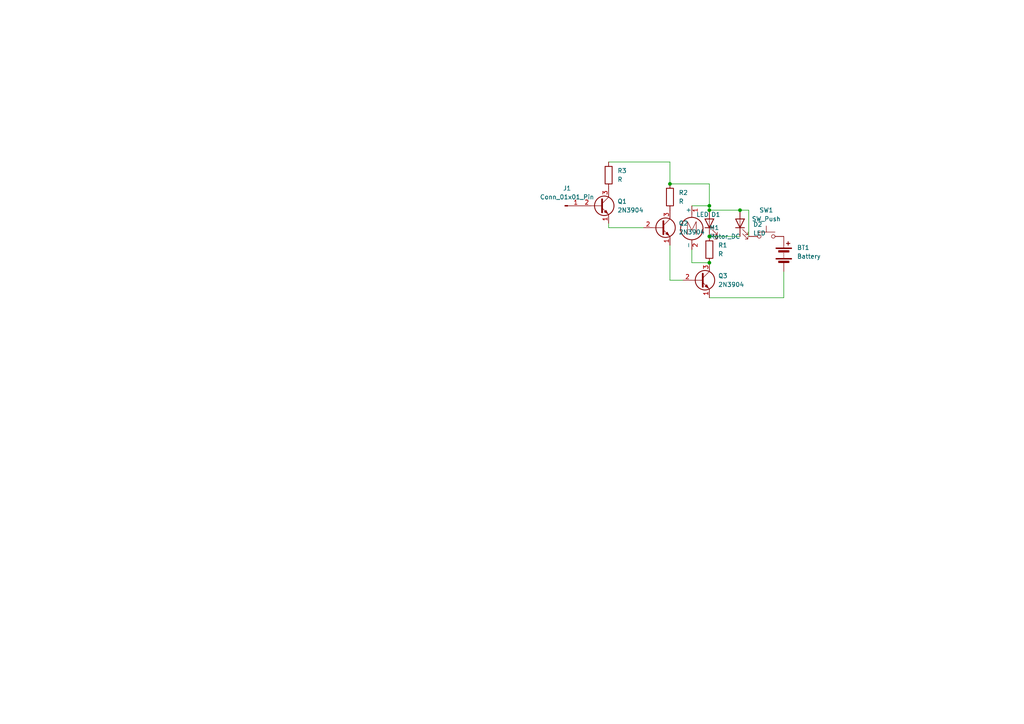
<source format=kicad_sch>
(kicad_sch
	(version 20250114)
	(generator "eeschema")
	(generator_version "9.0")
	(uuid "98f72b87-25ce-413a-abb9-cf9764ffbb87")
	(paper "A4")
	(lib_symbols
		(symbol "Connector:Conn_01x01_Pin"
			(pin_names
				(offset 1.016)
				(hide yes)
			)
			(exclude_from_sim no)
			(in_bom yes)
			(on_board yes)
			(property "Reference" "J"
				(at 0 2.54 0)
				(effects
					(font
						(size 1.27 1.27)
					)
				)
			)
			(property "Value" "Conn_01x01_Pin"
				(at 0 -2.54 0)
				(effects
					(font
						(size 1.27 1.27)
					)
				)
			)
			(property "Footprint" ""
				(at 0 0 0)
				(effects
					(font
						(size 1.27 1.27)
					)
					(hide yes)
				)
			)
			(property "Datasheet" "~"
				(at 0 0 0)
				(effects
					(font
						(size 1.27 1.27)
					)
					(hide yes)
				)
			)
			(property "Description" "Generic connector, single row, 01x01, script generated"
				(at 0 0 0)
				(effects
					(font
						(size 1.27 1.27)
					)
					(hide yes)
				)
			)
			(property "ki_locked" ""
				(at 0 0 0)
				(effects
					(font
						(size 1.27 1.27)
					)
				)
			)
			(property "ki_keywords" "connector"
				(at 0 0 0)
				(effects
					(font
						(size 1.27 1.27)
					)
					(hide yes)
				)
			)
			(property "ki_fp_filters" "Connector*:*_1x??_*"
				(at 0 0 0)
				(effects
					(font
						(size 1.27 1.27)
					)
					(hide yes)
				)
			)
			(symbol "Conn_01x01_Pin_1_1"
				(rectangle
					(start 0.8636 0.127)
					(end 0 -0.127)
					(stroke
						(width 0.1524)
						(type default)
					)
					(fill
						(type outline)
					)
				)
				(polyline
					(pts
						(xy 1.27 0) (xy 0.8636 0)
					)
					(stroke
						(width 0.1524)
						(type default)
					)
					(fill
						(type none)
					)
				)
				(pin passive line
					(at 5.08 0 180)
					(length 3.81)
					(name "Pin_1"
						(effects
							(font
								(size 1.27 1.27)
							)
						)
					)
					(number "1"
						(effects
							(font
								(size 1.27 1.27)
							)
						)
					)
				)
			)
			(embedded_fonts no)
		)
		(symbol "Device:Battery"
			(pin_numbers
				(hide yes)
			)
			(pin_names
				(offset 0)
				(hide yes)
			)
			(exclude_from_sim no)
			(in_bom yes)
			(on_board yes)
			(property "Reference" "BT"
				(at 2.54 2.54 0)
				(effects
					(font
						(size 1.27 1.27)
					)
					(justify left)
				)
			)
			(property "Value" "Battery"
				(at 2.54 0 0)
				(effects
					(font
						(size 1.27 1.27)
					)
					(justify left)
				)
			)
			(property "Footprint" ""
				(at 0 1.524 90)
				(effects
					(font
						(size 1.27 1.27)
					)
					(hide yes)
				)
			)
			(property "Datasheet" "~"
				(at 0 1.524 90)
				(effects
					(font
						(size 1.27 1.27)
					)
					(hide yes)
				)
			)
			(property "Description" "Multiple-cell battery"
				(at 0 0 0)
				(effects
					(font
						(size 1.27 1.27)
					)
					(hide yes)
				)
			)
			(property "ki_keywords" "batt voltage-source cell"
				(at 0 0 0)
				(effects
					(font
						(size 1.27 1.27)
					)
					(hide yes)
				)
			)
			(symbol "Battery_0_1"
				(rectangle
					(start -2.286 1.778)
					(end 2.286 1.524)
					(stroke
						(width 0)
						(type default)
					)
					(fill
						(type outline)
					)
				)
				(rectangle
					(start -2.286 -1.27)
					(end 2.286 -1.524)
					(stroke
						(width 0)
						(type default)
					)
					(fill
						(type outline)
					)
				)
				(rectangle
					(start -1.524 1.016)
					(end 1.524 0.508)
					(stroke
						(width 0)
						(type default)
					)
					(fill
						(type outline)
					)
				)
				(rectangle
					(start -1.524 -2.032)
					(end 1.524 -2.54)
					(stroke
						(width 0)
						(type default)
					)
					(fill
						(type outline)
					)
				)
				(polyline
					(pts
						(xy 0 1.778) (xy 0 2.54)
					)
					(stroke
						(width 0)
						(type default)
					)
					(fill
						(type none)
					)
				)
				(polyline
					(pts
						(xy 0 0) (xy 0 0.254)
					)
					(stroke
						(width 0)
						(type default)
					)
					(fill
						(type none)
					)
				)
				(polyline
					(pts
						(xy 0 -0.508) (xy 0 -0.254)
					)
					(stroke
						(width 0)
						(type default)
					)
					(fill
						(type none)
					)
				)
				(polyline
					(pts
						(xy 0 -1.016) (xy 0 -0.762)
					)
					(stroke
						(width 0)
						(type default)
					)
					(fill
						(type none)
					)
				)
				(polyline
					(pts
						(xy 0.762 3.048) (xy 1.778 3.048)
					)
					(stroke
						(width 0.254)
						(type default)
					)
					(fill
						(type none)
					)
				)
				(polyline
					(pts
						(xy 1.27 3.556) (xy 1.27 2.54)
					)
					(stroke
						(width 0.254)
						(type default)
					)
					(fill
						(type none)
					)
				)
			)
			(symbol "Battery_1_1"
				(pin passive line
					(at 0 5.08 270)
					(length 2.54)
					(name "+"
						(effects
							(font
								(size 1.27 1.27)
							)
						)
					)
					(number "1"
						(effects
							(font
								(size 1.27 1.27)
							)
						)
					)
				)
				(pin passive line
					(at 0 -5.08 90)
					(length 2.54)
					(name "-"
						(effects
							(font
								(size 1.27 1.27)
							)
						)
					)
					(number "2"
						(effects
							(font
								(size 1.27 1.27)
							)
						)
					)
				)
			)
			(embedded_fonts no)
		)
		(symbol "Device:LED"
			(pin_numbers
				(hide yes)
			)
			(pin_names
				(offset 1.016)
				(hide yes)
			)
			(exclude_from_sim no)
			(in_bom yes)
			(on_board yes)
			(property "Reference" "D"
				(at 0 2.54 0)
				(effects
					(font
						(size 1.27 1.27)
					)
				)
			)
			(property "Value" "LED"
				(at 0 -2.54 0)
				(effects
					(font
						(size 1.27 1.27)
					)
				)
			)
			(property "Footprint" ""
				(at 0 0 0)
				(effects
					(font
						(size 1.27 1.27)
					)
					(hide yes)
				)
			)
			(property "Datasheet" "~"
				(at 0 0 0)
				(effects
					(font
						(size 1.27 1.27)
					)
					(hide yes)
				)
			)
			(property "Description" "Light emitting diode"
				(at 0 0 0)
				(effects
					(font
						(size 1.27 1.27)
					)
					(hide yes)
				)
			)
			(property "Sim.Pins" "1=K 2=A"
				(at 0 0 0)
				(effects
					(font
						(size 1.27 1.27)
					)
					(hide yes)
				)
			)
			(property "ki_keywords" "LED diode"
				(at 0 0 0)
				(effects
					(font
						(size 1.27 1.27)
					)
					(hide yes)
				)
			)
			(property "ki_fp_filters" "LED* LED_SMD:* LED_THT:*"
				(at 0 0 0)
				(effects
					(font
						(size 1.27 1.27)
					)
					(hide yes)
				)
			)
			(symbol "LED_0_1"
				(polyline
					(pts
						(xy -3.048 -0.762) (xy -4.572 -2.286) (xy -3.81 -2.286) (xy -4.572 -2.286) (xy -4.572 -1.524)
					)
					(stroke
						(width 0)
						(type default)
					)
					(fill
						(type none)
					)
				)
				(polyline
					(pts
						(xy -1.778 -0.762) (xy -3.302 -2.286) (xy -2.54 -2.286) (xy -3.302 -2.286) (xy -3.302 -1.524)
					)
					(stroke
						(width 0)
						(type default)
					)
					(fill
						(type none)
					)
				)
				(polyline
					(pts
						(xy -1.27 0) (xy 1.27 0)
					)
					(stroke
						(width 0)
						(type default)
					)
					(fill
						(type none)
					)
				)
				(polyline
					(pts
						(xy -1.27 -1.27) (xy -1.27 1.27)
					)
					(stroke
						(width 0.254)
						(type default)
					)
					(fill
						(type none)
					)
				)
				(polyline
					(pts
						(xy 1.27 -1.27) (xy 1.27 1.27) (xy -1.27 0) (xy 1.27 -1.27)
					)
					(stroke
						(width 0.254)
						(type default)
					)
					(fill
						(type none)
					)
				)
			)
			(symbol "LED_1_1"
				(pin passive line
					(at -3.81 0 0)
					(length 2.54)
					(name "K"
						(effects
							(font
								(size 1.27 1.27)
							)
						)
					)
					(number "1"
						(effects
							(font
								(size 1.27 1.27)
							)
						)
					)
				)
				(pin passive line
					(at 3.81 0 180)
					(length 2.54)
					(name "A"
						(effects
							(font
								(size 1.27 1.27)
							)
						)
					)
					(number "2"
						(effects
							(font
								(size 1.27 1.27)
							)
						)
					)
				)
			)
			(embedded_fonts no)
		)
		(symbol "Device:R"
			(pin_numbers
				(hide yes)
			)
			(pin_names
				(offset 0)
			)
			(exclude_from_sim no)
			(in_bom yes)
			(on_board yes)
			(property "Reference" "R"
				(at 2.032 0 90)
				(effects
					(font
						(size 1.27 1.27)
					)
				)
			)
			(property "Value" "R"
				(at 0 0 90)
				(effects
					(font
						(size 1.27 1.27)
					)
				)
			)
			(property "Footprint" ""
				(at -1.778 0 90)
				(effects
					(font
						(size 1.27 1.27)
					)
					(hide yes)
				)
			)
			(property "Datasheet" "~"
				(at 0 0 0)
				(effects
					(font
						(size 1.27 1.27)
					)
					(hide yes)
				)
			)
			(property "Description" "Resistor"
				(at 0 0 0)
				(effects
					(font
						(size 1.27 1.27)
					)
					(hide yes)
				)
			)
			(property "ki_keywords" "R res resistor"
				(at 0 0 0)
				(effects
					(font
						(size 1.27 1.27)
					)
					(hide yes)
				)
			)
			(property "ki_fp_filters" "R_*"
				(at 0 0 0)
				(effects
					(font
						(size 1.27 1.27)
					)
					(hide yes)
				)
			)
			(symbol "R_0_1"
				(rectangle
					(start -1.016 -2.54)
					(end 1.016 2.54)
					(stroke
						(width 0.254)
						(type default)
					)
					(fill
						(type none)
					)
				)
			)
			(symbol "R_1_1"
				(pin passive line
					(at 0 3.81 270)
					(length 1.27)
					(name "~"
						(effects
							(font
								(size 1.27 1.27)
							)
						)
					)
					(number "1"
						(effects
							(font
								(size 1.27 1.27)
							)
						)
					)
				)
				(pin passive line
					(at 0 -3.81 90)
					(length 1.27)
					(name "~"
						(effects
							(font
								(size 1.27 1.27)
							)
						)
					)
					(number "2"
						(effects
							(font
								(size 1.27 1.27)
							)
						)
					)
				)
			)
			(embedded_fonts no)
		)
		(symbol "Motor:Motor_DC"
			(pin_names
				(offset 0)
			)
			(exclude_from_sim no)
			(in_bom yes)
			(on_board yes)
			(property "Reference" "M"
				(at 2.54 2.54 0)
				(effects
					(font
						(size 1.27 1.27)
					)
					(justify left)
				)
			)
			(property "Value" "Motor_DC"
				(at 2.54 -5.08 0)
				(effects
					(font
						(size 1.27 1.27)
					)
					(justify left top)
				)
			)
			(property "Footprint" ""
				(at 0 -2.286 0)
				(effects
					(font
						(size 1.27 1.27)
					)
					(hide yes)
				)
			)
			(property "Datasheet" "~"
				(at 0 -2.286 0)
				(effects
					(font
						(size 1.27 1.27)
					)
					(hide yes)
				)
			)
			(property "Description" "DC Motor"
				(at 0 0 0)
				(effects
					(font
						(size 1.27 1.27)
					)
					(hide yes)
				)
			)
			(property "ki_keywords" "DC Motor"
				(at 0 0 0)
				(effects
					(font
						(size 1.27 1.27)
					)
					(hide yes)
				)
			)
			(property "ki_fp_filters" "PinHeader*P2.54mm* TerminalBlock*"
				(at 0 0 0)
				(effects
					(font
						(size 1.27 1.27)
					)
					(hide yes)
				)
			)
			(symbol "Motor_DC_0_0"
				(polyline
					(pts
						(xy -1.27 -3.302) (xy -1.27 0.508) (xy 0 -2.032) (xy 1.27 0.508) (xy 1.27 -3.302)
					)
					(stroke
						(width 0)
						(type default)
					)
					(fill
						(type none)
					)
				)
			)
			(symbol "Motor_DC_0_1"
				(polyline
					(pts
						(xy 0 2.032) (xy 0 2.54)
					)
					(stroke
						(width 0)
						(type default)
					)
					(fill
						(type none)
					)
				)
				(polyline
					(pts
						(xy 0 1.7272) (xy 0 2.0828)
					)
					(stroke
						(width 0)
						(type default)
					)
					(fill
						(type none)
					)
				)
				(circle
					(center 0 -1.524)
					(radius 3.2512)
					(stroke
						(width 0.254)
						(type default)
					)
					(fill
						(type none)
					)
				)
				(polyline
					(pts
						(xy 0 -4.7752) (xy 0 -5.1816)
					)
					(stroke
						(width 0)
						(type default)
					)
					(fill
						(type none)
					)
				)
				(polyline
					(pts
						(xy 0 -7.62) (xy 0 -7.112)
					)
					(stroke
						(width 0)
						(type default)
					)
					(fill
						(type none)
					)
				)
			)
			(symbol "Motor_DC_1_1"
				(pin passive line
					(at 0 5.08 270)
					(length 2.54)
					(name "+"
						(effects
							(font
								(size 1.27 1.27)
							)
						)
					)
					(number "1"
						(effects
							(font
								(size 1.27 1.27)
							)
						)
					)
				)
				(pin passive line
					(at 0 -7.62 90)
					(length 2.54)
					(name "-"
						(effects
							(font
								(size 1.27 1.27)
							)
						)
					)
					(number "2"
						(effects
							(font
								(size 1.27 1.27)
							)
						)
					)
				)
			)
			(embedded_fonts no)
		)
		(symbol "Switch:SW_Push"
			(pin_numbers
				(hide yes)
			)
			(pin_names
				(offset 1.016)
				(hide yes)
			)
			(exclude_from_sim no)
			(in_bom yes)
			(on_board yes)
			(property "Reference" "SW"
				(at 1.27 2.54 0)
				(effects
					(font
						(size 1.27 1.27)
					)
					(justify left)
				)
			)
			(property "Value" "SW_Push"
				(at 0 -1.524 0)
				(effects
					(font
						(size 1.27 1.27)
					)
				)
			)
			(property "Footprint" ""
				(at 0 5.08 0)
				(effects
					(font
						(size 1.27 1.27)
					)
					(hide yes)
				)
			)
			(property "Datasheet" "~"
				(at 0 5.08 0)
				(effects
					(font
						(size 1.27 1.27)
					)
					(hide yes)
				)
			)
			(property "Description" "Push button switch, generic, two pins"
				(at 0 0 0)
				(effects
					(font
						(size 1.27 1.27)
					)
					(hide yes)
				)
			)
			(property "ki_keywords" "switch normally-open pushbutton push-button"
				(at 0 0 0)
				(effects
					(font
						(size 1.27 1.27)
					)
					(hide yes)
				)
			)
			(symbol "SW_Push_0_1"
				(circle
					(center -2.032 0)
					(radius 0.508)
					(stroke
						(width 0)
						(type default)
					)
					(fill
						(type none)
					)
				)
				(polyline
					(pts
						(xy 0 1.27) (xy 0 3.048)
					)
					(stroke
						(width 0)
						(type default)
					)
					(fill
						(type none)
					)
				)
				(circle
					(center 2.032 0)
					(radius 0.508)
					(stroke
						(width 0)
						(type default)
					)
					(fill
						(type none)
					)
				)
				(polyline
					(pts
						(xy 2.54 1.27) (xy -2.54 1.27)
					)
					(stroke
						(width 0)
						(type default)
					)
					(fill
						(type none)
					)
				)
				(pin passive line
					(at -5.08 0 0)
					(length 2.54)
					(name "1"
						(effects
							(font
								(size 1.27 1.27)
							)
						)
					)
					(number "1"
						(effects
							(font
								(size 1.27 1.27)
							)
						)
					)
				)
				(pin passive line
					(at 5.08 0 180)
					(length 2.54)
					(name "2"
						(effects
							(font
								(size 1.27 1.27)
							)
						)
					)
					(number "2"
						(effects
							(font
								(size 1.27 1.27)
							)
						)
					)
				)
			)
			(embedded_fonts no)
		)
		(symbol "Transistor_BJT:2N3904"
			(pin_names
				(offset 0)
				(hide yes)
			)
			(exclude_from_sim no)
			(in_bom yes)
			(on_board yes)
			(property "Reference" "Q"
				(at 5.08 1.905 0)
				(effects
					(font
						(size 1.27 1.27)
					)
					(justify left)
				)
			)
			(property "Value" "2N3904"
				(at 5.08 0 0)
				(effects
					(font
						(size 1.27 1.27)
					)
					(justify left)
				)
			)
			(property "Footprint" "Package_TO_SOT_THT:TO-92_Inline"
				(at 5.08 -1.905 0)
				(effects
					(font
						(size 1.27 1.27)
						(italic yes)
					)
					(justify left)
					(hide yes)
				)
			)
			(property "Datasheet" "https://www.onsemi.com/pub/Collateral/2N3903-D.PDF"
				(at 0 0 0)
				(effects
					(font
						(size 1.27 1.27)
					)
					(justify left)
					(hide yes)
				)
			)
			(property "Description" "0.2A Ic, 40V Vce, Small Signal NPN Transistor, TO-92"
				(at 0 0 0)
				(effects
					(font
						(size 1.27 1.27)
					)
					(hide yes)
				)
			)
			(property "ki_keywords" "NPN Transistor"
				(at 0 0 0)
				(effects
					(font
						(size 1.27 1.27)
					)
					(hide yes)
				)
			)
			(property "ki_fp_filters" "TO?92*"
				(at 0 0 0)
				(effects
					(font
						(size 1.27 1.27)
					)
					(hide yes)
				)
			)
			(symbol "2N3904_0_1"
				(polyline
					(pts
						(xy -2.54 0) (xy 0.635 0)
					)
					(stroke
						(width 0)
						(type default)
					)
					(fill
						(type none)
					)
				)
				(polyline
					(pts
						(xy 0.635 1.905) (xy 0.635 -1.905)
					)
					(stroke
						(width 0.508)
						(type default)
					)
					(fill
						(type none)
					)
				)
				(circle
					(center 1.27 0)
					(radius 2.8194)
					(stroke
						(width 0.254)
						(type default)
					)
					(fill
						(type none)
					)
				)
			)
			(symbol "2N3904_1_1"
				(polyline
					(pts
						(xy 0.635 0.635) (xy 2.54 2.54)
					)
					(stroke
						(width 0)
						(type default)
					)
					(fill
						(type none)
					)
				)
				(polyline
					(pts
						(xy 0.635 -0.635) (xy 2.54 -2.54)
					)
					(stroke
						(width 0)
						(type default)
					)
					(fill
						(type none)
					)
				)
				(polyline
					(pts
						(xy 1.27 -1.778) (xy 1.778 -1.27) (xy 2.286 -2.286) (xy 1.27 -1.778)
					)
					(stroke
						(width 0)
						(type default)
					)
					(fill
						(type outline)
					)
				)
				(pin input line
					(at -5.08 0 0)
					(length 2.54)
					(name "B"
						(effects
							(font
								(size 1.27 1.27)
							)
						)
					)
					(number "2"
						(effects
							(font
								(size 1.27 1.27)
							)
						)
					)
				)
				(pin passive line
					(at 2.54 5.08 270)
					(length 2.54)
					(name "C"
						(effects
							(font
								(size 1.27 1.27)
							)
						)
					)
					(number "3"
						(effects
							(font
								(size 1.27 1.27)
							)
						)
					)
				)
				(pin passive line
					(at 2.54 -5.08 90)
					(length 2.54)
					(name "E"
						(effects
							(font
								(size 1.27 1.27)
							)
						)
					)
					(number "1"
						(effects
							(font
								(size 1.27 1.27)
							)
						)
					)
				)
			)
			(embedded_fonts no)
		)
	)
	(junction
		(at 205.74 60.96)
		(diameter 0)
		(color 0 0 0 0)
		(uuid "3081c8a1-06ce-400e-8350-486f3581d0e3")
	)
	(junction
		(at 214.63 60.96)
		(diameter 0)
		(color 0 0 0 0)
		(uuid "3c9135ab-7d73-40c0-a37c-b88115b1555d")
	)
	(junction
		(at 205.74 76.2)
		(diameter 0)
		(color 0 0 0 0)
		(uuid "87b1fd67-5051-40f4-ac00-3693b535d7d9")
	)
	(junction
		(at 205.74 59.69)
		(diameter 0)
		(color 0 0 0 0)
		(uuid "8a796ed0-4df8-4109-9012-ee9d20b57b1e")
	)
	(junction
		(at 205.74 68.58)
		(diameter 0)
		(color 0 0 0 0)
		(uuid "b0c2e7a9-4901-4fda-b22b-d3f5eb8415e6")
	)
	(junction
		(at 194.31 53.34)
		(diameter 0)
		(color 0 0 0 0)
		(uuid "c6303979-96b2-4c8f-8fc8-26c0448292b6")
	)
	(wire
		(pts
			(xy 176.53 66.04) (xy 186.69 66.04)
		)
		(stroke
			(width 0)
			(type default)
		)
		(uuid "0af06ffc-df1d-4ae4-b036-190f11a9ad56")
	)
	(wire
		(pts
			(xy 205.74 53.34) (xy 194.31 53.34)
		)
		(stroke
			(width 0)
			(type default)
		)
		(uuid "3b0a6ce3-8dc1-4543-bf6e-c1c84433d27c")
	)
	(wire
		(pts
			(xy 200.66 72.39) (xy 200.66 76.2)
		)
		(stroke
			(width 0)
			(type default)
		)
		(uuid "5c3b0505-699b-482d-bba8-752856d12af0")
	)
	(wire
		(pts
			(xy 205.74 53.34) (xy 205.74 59.69)
		)
		(stroke
			(width 0)
			(type default)
		)
		(uuid "609b9039-2249-4701-bbf8-1895c1a8974c")
	)
	(wire
		(pts
			(xy 205.74 86.36) (xy 227.33 86.36)
		)
		(stroke
			(width 0)
			(type default)
		)
		(uuid "60fc29ec-f167-4b18-986a-2e68a81a4bf8")
	)
	(wire
		(pts
			(xy 194.31 81.28) (xy 194.31 71.12)
		)
		(stroke
			(width 0)
			(type default)
		)
		(uuid "65d34c46-9ef0-4b86-b86c-07e041669cc4")
	)
	(wire
		(pts
			(xy 200.66 76.2) (xy 205.74 76.2)
		)
		(stroke
			(width 0)
			(type default)
		)
		(uuid "695e005f-abf8-4637-b0f1-8c6874a456c6")
	)
	(wire
		(pts
			(xy 205.74 59.69) (xy 205.74 60.96)
		)
		(stroke
			(width 0)
			(type default)
		)
		(uuid "6ce60eda-9214-4f27-88ad-e7f69f6222a1")
	)
	(wire
		(pts
			(xy 176.53 66.04) (xy 176.53 64.77)
		)
		(stroke
			(width 0)
			(type default)
		)
		(uuid "805463f3-881b-4143-824f-2ec7379f64b6")
	)
	(wire
		(pts
			(xy 194.31 46.99) (xy 176.53 46.99)
		)
		(stroke
			(width 0)
			(type default)
		)
		(uuid "86e6468a-f87a-415e-9e42-7e13c156731e")
	)
	(wire
		(pts
			(xy 198.12 81.28) (xy 194.31 81.28)
		)
		(stroke
			(width 0)
			(type default)
		)
		(uuid "906dbc4f-f42f-4fb0-8ece-97d7e039c096")
	)
	(wire
		(pts
			(xy 205.74 68.58) (xy 214.63 68.58)
		)
		(stroke
			(width 0)
			(type default)
		)
		(uuid "99cd2dca-4030-4779-9e7f-471e2fa3fcc8")
	)
	(wire
		(pts
			(xy 217.17 68.58) (xy 217.17 60.96)
		)
		(stroke
			(width 0)
			(type default)
		)
		(uuid "a7ec9901-272d-4c08-9e3a-d02709d63fcd")
	)
	(wire
		(pts
			(xy 205.74 60.96) (xy 214.63 60.96)
		)
		(stroke
			(width 0)
			(type default)
		)
		(uuid "aa04337c-9f36-44ef-8fb6-5b16fdd71a84")
	)
	(wire
		(pts
			(xy 217.17 60.96) (xy 214.63 60.96)
		)
		(stroke
			(width 0)
			(type default)
		)
		(uuid "cab2c3f6-9dd7-4c92-b2ce-e384eec76c67")
	)
	(wire
		(pts
			(xy 227.33 86.36) (xy 227.33 78.74)
		)
		(stroke
			(width 0)
			(type default)
		)
		(uuid "dbc7e03e-16ad-4c43-b6d9-3fd9e259589c")
	)
	(wire
		(pts
			(xy 200.66 59.69) (xy 205.74 59.69)
		)
		(stroke
			(width 0)
			(type default)
		)
		(uuid "e45d406e-0575-4a2d-8cab-60f665890a96")
	)
	(wire
		(pts
			(xy 194.31 46.99) (xy 194.31 53.34)
		)
		(stroke
			(width 0)
			(type default)
		)
		(uuid "e5e53955-d980-43e6-aabc-9da9eb04da07")
	)
	(symbol
		(lib_id "Device:R")
		(at 205.74 72.39 0)
		(unit 1)
		(exclude_from_sim no)
		(in_bom yes)
		(on_board yes)
		(dnp no)
		(fields_autoplaced yes)
		(uuid "030977e8-6271-4980-a411-ea2a2fbae147")
		(property "Reference" "R1"
			(at 208.28 71.1199 0)
			(effects
				(font
					(size 1.27 1.27)
				)
				(justify left)
			)
		)
		(property "Value" "R"
			(at 208.28 73.6599 0)
			(effects
				(font
					(size 1.27 1.27)
				)
				(justify left)
			)
		)
		(property "Footprint" "Resistor_THT:R_Axial_DIN0207_L6.3mm_D2.5mm_P7.62mm_Horizontal"
			(at 203.962 72.39 90)
			(effects
				(font
					(size 1.27 1.27)
				)
				(hide yes)
			)
		)
		(property "Datasheet" "~"
			(at 205.74 72.39 0)
			(effects
				(font
					(size 1.27 1.27)
				)
				(hide yes)
			)
		)
		(property "Description" "Resistor"
			(at 205.74 72.39 0)
			(effects
				(font
					(size 1.27 1.27)
				)
				(hide yes)
			)
		)
		(property "Sim.Device" ""
			(at 205.74 72.39 0)
			(effects
				(font
					(size 1.27 1.27)
				)
			)
		)
		(pin "2"
			(uuid "32f2b28d-288f-4b36-b38b-d54335316528")
		)
		(pin "1"
			(uuid "ca139765-8799-4f93-a01b-5ed6aeae0517")
		)
		(instances
			(project ""
				(path "/98f72b87-25ce-413a-abb9-cf9764ffbb87"
					(reference "R1")
					(unit 1)
				)
			)
		)
	)
	(symbol
		(lib_id "Transistor_BJT:2N3904")
		(at 203.2 81.28 0)
		(unit 1)
		(exclude_from_sim no)
		(in_bom yes)
		(on_board yes)
		(dnp no)
		(fields_autoplaced yes)
		(uuid "039eba47-f83b-4a64-9262-bf34591df383")
		(property "Reference" "Q3"
			(at 208.28 80.0099 0)
			(effects
				(font
					(size 1.27 1.27)
				)
				(justify left)
			)
		)
		(property "Value" "2N3904"
			(at 208.28 82.5499 0)
			(effects
				(font
					(size 1.27 1.27)
				)
				(justify left)
			)
		)
		(property "Footprint" "Package_TO_SOT_THT:TO-92L_HandSolder"
			(at 208.28 83.185 0)
			(effects
				(font
					(size 1.27 1.27)
					(italic yes)
				)
				(justify left)
				(hide yes)
			)
		)
		(property "Datasheet" "https://www.onsemi.com/pub/Collateral/2N3903-D.PDF"
			(at 203.2 81.28 0)
			(effects
				(font
					(size 1.27 1.27)
				)
				(justify left)
				(hide yes)
			)
		)
		(property "Description" "0.2A Ic, 40V Vce, Small Signal NPN Transistor, TO-92"
			(at 203.2 81.28 0)
			(effects
				(font
					(size 1.27 1.27)
				)
				(hide yes)
			)
		)
		(property "Sim.Device" ""
			(at 203.2 81.28 0)
			(effects
				(font
					(size 1.27 1.27)
				)
			)
		)
		(pin "3"
			(uuid "844028c7-0eeb-45f2-8044-53b17629dd3e")
		)
		(pin "2"
			(uuid "c45724f3-8c7b-48b7-a467-59c6381bbd3a")
		)
		(pin "1"
			(uuid "7344e676-0d5f-4dc4-99cd-911999fae84f")
		)
		(instances
			(project ""
				(path "/98f72b87-25ce-413a-abb9-cf9764ffbb87"
					(reference "Q3")
					(unit 1)
				)
			)
		)
	)
	(symbol
		(lib_id "Device:R")
		(at 176.53 50.8 0)
		(unit 1)
		(exclude_from_sim no)
		(in_bom yes)
		(on_board yes)
		(dnp no)
		(fields_autoplaced yes)
		(uuid "05968e75-9497-4462-837f-5256ed58e6f3")
		(property "Reference" "R3"
			(at 179.07 49.5299 0)
			(effects
				(font
					(size 1.27 1.27)
				)
				(justify left)
			)
		)
		(property "Value" "R"
			(at 179.07 52.0699 0)
			(effects
				(font
					(size 1.27 1.27)
				)
				(justify left)
			)
		)
		(property "Footprint" "Resistor_THT:R_Axial_DIN0207_L6.3mm_D2.5mm_P7.62mm_Horizontal"
			(at 174.752 50.8 90)
			(effects
				(font
					(size 1.27 1.27)
				)
				(hide yes)
			)
		)
		(property "Datasheet" "~"
			(at 176.53 50.8 0)
			(effects
				(font
					(size 1.27 1.27)
				)
				(hide yes)
			)
		)
		(property "Description" "Resistor"
			(at 176.53 50.8 0)
			(effects
				(font
					(size 1.27 1.27)
				)
				(hide yes)
			)
		)
		(property "Sim.Device" ""
			(at 176.53 50.8 0)
			(effects
				(font
					(size 1.27 1.27)
				)
			)
		)
		(pin "2"
			(uuid "d1841c86-f9c4-4b1e-89f3-4cde1777b879")
		)
		(pin "1"
			(uuid "40af8d5d-eeb0-4da1-ba25-a7176593cd7a")
		)
		(instances
			(project "solder project"
				(path "/98f72b87-25ce-413a-abb9-cf9764ffbb87"
					(reference "R3")
					(unit 1)
				)
			)
		)
	)
	(symbol
		(lib_id "Motor:Motor_DC")
		(at 200.66 64.77 0)
		(unit 1)
		(exclude_from_sim no)
		(in_bom yes)
		(on_board yes)
		(dnp no)
		(fields_autoplaced yes)
		(uuid "2f2196f8-791b-4ea5-a57d-cbecdc61233c")
		(property "Reference" "M1"
			(at 205.74 66.0399 0)
			(effects
				(font
					(size 1.27 1.27)
				)
				(justify left)
			)
		)
		(property "Value" "Motor_DC"
			(at 205.74 68.5799 0)
			(effects
				(font
					(size 1.27 1.27)
				)
				(justify left)
			)
		)
		(property "Footprint" "Connector_PinHeader_2.54mm:PinHeader_1x02_P2.54mm_Vertical"
			(at 200.66 67.056 0)
			(effects
				(font
					(size 1.27 1.27)
				)
				(hide yes)
			)
		)
		(property "Datasheet" "~"
			(at 200.66 67.056 0)
			(effects
				(font
					(size 1.27 1.27)
				)
				(hide yes)
			)
		)
		(property "Description" "DC Motor"
			(at 200.66 64.77 0)
			(effects
				(font
					(size 1.27 1.27)
				)
				(hide yes)
			)
		)
		(property "Sim.Device" ""
			(at 200.66 64.77 0)
			(effects
				(font
					(size 1.27 1.27)
				)
			)
		)
		(pin "1"
			(uuid "8a1b8330-f03a-4c4d-b223-3ae41690389a")
		)
		(pin "2"
			(uuid "8620bd21-1aa5-49bb-b24a-fb6273d41e55")
		)
		(instances
			(project ""
				(path "/98f72b87-25ce-413a-abb9-cf9764ffbb87"
					(reference "M1")
					(unit 1)
				)
			)
		)
	)
	(symbol
		(lib_id "Device:LED")
		(at 214.63 64.77 90)
		(unit 1)
		(exclude_from_sim no)
		(in_bom yes)
		(on_board yes)
		(dnp no)
		(fields_autoplaced yes)
		(uuid "3c551115-2e04-4bac-a601-507824dd1169")
		(property "Reference" "D2"
			(at 218.44 65.0874 90)
			(effects
				(font
					(size 1.27 1.27)
				)
				(justify right)
			)
		)
		(property "Value" "LED"
			(at 218.44 67.6274 90)
			(effects
				(font
					(size 1.27 1.27)
				)
				(justify right)
			)
		)
		(property "Footprint" "LED_THT:LED_D5.0mm"
			(at 214.63 64.77 0)
			(effects
				(font
					(size 1.27 1.27)
				)
				(hide yes)
			)
		)
		(property "Datasheet" "~"
			(at 214.63 64.77 0)
			(effects
				(font
					(size 1.27 1.27)
				)
				(hide yes)
			)
		)
		(property "Description" "Light emitting diode"
			(at 214.63 64.77 0)
			(effects
				(font
					(size 1.27 1.27)
				)
				(hide yes)
			)
		)
		(property "Sim.Pins" "1=K 2=A"
			(at 214.63 64.77 0)
			(effects
				(font
					(size 1.27 1.27)
				)
				(hide yes)
			)
		)
		(property "Sim.Device" ""
			(at 214.63 64.77 0)
			(effects
				(font
					(size 1.27 1.27)
				)
			)
		)
		(pin "2"
			(uuid "5457829b-d100-45be-819e-cf30175fa29f")
		)
		(pin "1"
			(uuid "25af4d93-e97a-4762-ad0b-10239d6c7fb3")
		)
		(instances
			(project "solder project"
				(path "/98f72b87-25ce-413a-abb9-cf9764ffbb87"
					(reference "D2")
					(unit 1)
				)
			)
		)
	)
	(symbol
		(lib_id "Switch:SW_Push")
		(at 222.25 68.58 0)
		(unit 1)
		(exclude_from_sim no)
		(in_bom yes)
		(on_board yes)
		(dnp no)
		(fields_autoplaced yes)
		(uuid "7ee7403a-5ce4-4be7-99b6-fed228a426f5")
		(property "Reference" "SW1"
			(at 222.25 60.96 0)
			(effects
				(font
					(size 1.27 1.27)
				)
			)
		)
		(property "Value" "SW_Push"
			(at 222.25 63.5 0)
			(effects
				(font
					(size 1.27 1.27)
				)
			)
		)
		(property "Footprint" "Button_Switch_THT:SW_PUSH_6mm"
			(at 222.25 63.5 0)
			(effects
				(font
					(size 1.27 1.27)
				)
				(hide yes)
			)
		)
		(property "Datasheet" "~"
			(at 222.25 63.5 0)
			(effects
				(font
					(size 1.27 1.27)
				)
				(hide yes)
			)
		)
		(property "Description" "Push button switch, generic, two pins"
			(at 222.25 68.58 0)
			(effects
				(font
					(size 1.27 1.27)
				)
				(hide yes)
			)
		)
		(property "Sim.Device" ""
			(at 222.25 68.58 0)
			(effects
				(font
					(size 1.27 1.27)
				)
			)
		)
		(pin "2"
			(uuid "cfdd5459-32cc-459b-96f3-a5cc71444063")
		)
		(pin "1"
			(uuid "4f8ea47d-e8b3-4765-95c2-d5cbf6a5dc22")
		)
		(instances
			(project ""
				(path "/98f72b87-25ce-413a-abb9-cf9764ffbb87"
					(reference "SW1")
					(unit 1)
				)
			)
		)
	)
	(symbol
		(lib_id "Device:LED")
		(at 205.74 64.77 90)
		(unit 1)
		(exclude_from_sim no)
		(in_bom yes)
		(on_board yes)
		(dnp no)
		(uuid "88b0c75b-027e-4cd4-a28b-facf60400bfa")
		(property "Reference" "D1"
			(at 206.248 62.23 90)
			(effects
				(font
					(size 1.27 1.27)
				)
				(justify right)
			)
		)
		(property "Value" "LED"
			(at 201.93 62.23 90)
			(effects
				(font
					(size 1.27 1.27)
				)
				(justify right)
			)
		)
		(property "Footprint" "LED_THT:LED_D5.0mm"
			(at 205.74 64.77 0)
			(effects
				(font
					(size 1.27 1.27)
				)
				(hide yes)
			)
		)
		(property "Datasheet" "~"
			(at 205.74 64.77 0)
			(effects
				(font
					(size 1.27 1.27)
				)
				(hide yes)
			)
		)
		(property "Description" "Light emitting diode"
			(at 205.74 64.77 0)
			(effects
				(font
					(size 1.27 1.27)
				)
				(hide yes)
			)
		)
		(property "Sim.Pins" "1=K 2=A"
			(at 205.74 64.77 0)
			(effects
				(font
					(size 1.27 1.27)
				)
				(hide yes)
			)
		)
		(property "Sim.Device" ""
			(at 205.74 64.77 0)
			(effects
				(font
					(size 1.27 1.27)
				)
			)
		)
		(pin "2"
			(uuid "c5258aa4-431d-45c3-809e-156b5ee0f3ca")
		)
		(pin "1"
			(uuid "9f3cf953-c4d9-40de-8ef8-c4c3d929c872")
		)
		(instances
			(project ""
				(path "/98f72b87-25ce-413a-abb9-cf9764ffbb87"
					(reference "D1")
					(unit 1)
				)
			)
		)
	)
	(symbol
		(lib_id "Transistor_BJT:2N3904")
		(at 191.77 66.04 0)
		(unit 1)
		(exclude_from_sim no)
		(in_bom yes)
		(on_board yes)
		(dnp no)
		(fields_autoplaced yes)
		(uuid "965a467e-5299-4079-ac99-fa3139a3d9ce")
		(property "Reference" "Q2"
			(at 196.85 64.7699 0)
			(effects
				(font
					(size 1.27 1.27)
				)
				(justify left)
			)
		)
		(property "Value" "2N3904"
			(at 196.85 67.3099 0)
			(effects
				(font
					(size 1.27 1.27)
				)
				(justify left)
			)
		)
		(property "Footprint" "Package_TO_SOT_THT:TO-92L_HandSolder"
			(at 196.85 67.945 0)
			(effects
				(font
					(size 1.27 1.27)
					(italic yes)
				)
				(justify left)
				(hide yes)
			)
		)
		(property "Datasheet" "https://www.onsemi.com/pub/Collateral/2N3903-D.PDF"
			(at 191.77 66.04 0)
			(effects
				(font
					(size 1.27 1.27)
				)
				(justify left)
				(hide yes)
			)
		)
		(property "Description" "0.2A Ic, 40V Vce, Small Signal NPN Transistor, TO-92"
			(at 191.77 66.04 0)
			(effects
				(font
					(size 1.27 1.27)
				)
				(hide yes)
			)
		)
		(property "Sim.Device" ""
			(at 191.77 66.04 0)
			(effects
				(font
					(size 1.27 1.27)
				)
			)
		)
		(pin "2"
			(uuid "7b7ae177-f388-4812-a60d-a3ccc5fcc5a7")
		)
		(pin "1"
			(uuid "98814112-79a2-4572-92d0-6fc1b68761ad")
		)
		(pin "3"
			(uuid "d364c24a-ea00-451c-8da1-252e5c4ec26c")
		)
		(instances
			(project ""
				(path "/98f72b87-25ce-413a-abb9-cf9764ffbb87"
					(reference "Q2")
					(unit 1)
				)
			)
		)
	)
	(symbol
		(lib_id "Connector:Conn_01x01_Pin")
		(at 163.83 59.69 0)
		(unit 1)
		(exclude_from_sim no)
		(in_bom yes)
		(on_board yes)
		(dnp no)
		(fields_autoplaced yes)
		(uuid "b0073c89-f98e-4023-af40-ce1337a77bd3")
		(property "Reference" "J1"
			(at 164.465 54.61 0)
			(effects
				(font
					(size 1.27 1.27)
				)
			)
		)
		(property "Value" "Conn_01x01_Pin"
			(at 164.465 57.15 0)
			(effects
				(font
					(size 1.27 1.27)
				)
			)
		)
		(property "Footprint" "Connector_PinHeader_2.54mm:PinHeader_1x01_P2.54mm_Vertical"
			(at 163.83 59.69 0)
			(effects
				(font
					(size 1.27 1.27)
				)
				(hide yes)
			)
		)
		(property "Datasheet" "~"
			(at 163.83 59.69 0)
			(effects
				(font
					(size 1.27 1.27)
				)
				(hide yes)
			)
		)
		(property "Description" "Generic connector, single row, 01x01, script generated"
			(at 163.83 59.69 0)
			(effects
				(font
					(size 1.27 1.27)
				)
				(hide yes)
			)
		)
		(property "Sim.Device" ""
			(at 163.83 59.69 0)
			(effects
				(font
					(size 1.27 1.27)
				)
			)
		)
		(pin "1"
			(uuid "4146499f-c8bb-47b4-8ae9-17aade9b7646")
		)
		(instances
			(project ""
				(path "/98f72b87-25ce-413a-abb9-cf9764ffbb87"
					(reference "J1")
					(unit 1)
				)
			)
		)
	)
	(symbol
		(lib_id "Transistor_BJT:2N3904")
		(at 173.99 59.69 0)
		(unit 1)
		(exclude_from_sim no)
		(in_bom yes)
		(on_board yes)
		(dnp no)
		(fields_autoplaced yes)
		(uuid "c0405122-0622-4015-8b8c-22356be55a6b")
		(property "Reference" "Q1"
			(at 179.07 58.4199 0)
			(effects
				(font
					(size 1.27 1.27)
				)
				(justify left)
			)
		)
		(property "Value" "2N3904"
			(at 179.07 60.9599 0)
			(effects
				(font
					(size 1.27 1.27)
				)
				(justify left)
			)
		)
		(property "Footprint" "Package_TO_SOT_THT:TO-92L_HandSolder"
			(at 179.07 61.595 0)
			(effects
				(font
					(size 1.27 1.27)
					(italic yes)
				)
				(justify left)
				(hide yes)
			)
		)
		(property "Datasheet" "https://www.onsemi.com/pub/Collateral/2N3903-D.PDF"
			(at 173.99 59.69 0)
			(effects
				(font
					(size 1.27 1.27)
				)
				(justify left)
				(hide yes)
			)
		)
		(property "Description" "0.2A Ic, 40V Vce, Small Signal NPN Transistor, TO-92"
			(at 173.99 59.69 0)
			(effects
				(font
					(size 1.27 1.27)
				)
				(hide yes)
			)
		)
		(property "Sim.Device" ""
			(at 173.99 59.69 0)
			(effects
				(font
					(size 1.27 1.27)
				)
			)
		)
		(pin "1"
			(uuid "d4a78afd-d911-4bb6-ba16-c3c7f0c00ce1")
		)
		(pin "2"
			(uuid "74dff25a-5cff-49d1-86a8-4b4b8d0c28c3")
		)
		(pin "3"
			(uuid "e3970ef2-c054-4179-86a8-baee17679d45")
		)
		(instances
			(project ""
				(path "/98f72b87-25ce-413a-abb9-cf9764ffbb87"
					(reference "Q1")
					(unit 1)
				)
			)
		)
	)
	(symbol
		(lib_id "Device:Battery")
		(at 227.33 73.66 0)
		(unit 1)
		(exclude_from_sim no)
		(in_bom yes)
		(on_board yes)
		(dnp no)
		(fields_autoplaced yes)
		(uuid "dafa98fa-9c73-4e77-ac68-f27236c12877")
		(property "Reference" "BT1"
			(at 231.14 71.8184 0)
			(effects
				(font
					(size 1.27 1.27)
				)
				(justify left)
			)
		)
		(property "Value" "Battery"
			(at 231.14 74.3584 0)
			(effects
				(font
					(size 1.27 1.27)
				)
				(justify left)
			)
		)
		(property "Footprint" "Connector_PinHeader_2.54mm:PinHeader_1x02_P2.54mm_Vertical"
			(at 227.33 72.136 90)
			(effects
				(font
					(size 1.27 1.27)
				)
				(hide yes)
			)
		)
		(property "Datasheet" "~"
			(at 227.33 72.136 90)
			(effects
				(font
					(size 1.27 1.27)
				)
				(hide yes)
			)
		)
		(property "Description" "Multiple-cell battery"
			(at 227.33 73.66 0)
			(effects
				(font
					(size 1.27 1.27)
				)
				(hide yes)
			)
		)
		(property "Sim.Device" ""
			(at 227.33 73.66 0)
			(effects
				(font
					(size 1.27 1.27)
				)
			)
		)
		(pin "1"
			(uuid "9c2a6996-ddc8-472d-ba54-a235c8523431")
		)
		(pin "2"
			(uuid "78a143f9-a3ee-4cca-ad6e-a32a5d482709")
		)
		(instances
			(project ""
				(path "/98f72b87-25ce-413a-abb9-cf9764ffbb87"
					(reference "BT1")
					(unit 1)
				)
			)
		)
	)
	(symbol
		(lib_id "Device:R")
		(at 194.31 57.15 0)
		(unit 1)
		(exclude_from_sim no)
		(in_bom yes)
		(on_board yes)
		(dnp no)
		(fields_autoplaced yes)
		(uuid "e33258d2-42f2-49e1-8a2b-4aed7a1d7e57")
		(property "Reference" "R2"
			(at 196.85 55.8799 0)
			(effects
				(font
					(size 1.27 1.27)
				)
				(justify left)
			)
		)
		(property "Value" "R"
			(at 196.85 58.4199 0)
			(effects
				(font
					(size 1.27 1.27)
				)
				(justify left)
			)
		)
		(property "Footprint" "Resistor_THT:R_Axial_DIN0207_L6.3mm_D2.5mm_P7.62mm_Horizontal"
			(at 192.532 57.15 90)
			(effects
				(font
					(size 1.27 1.27)
				)
				(hide yes)
			)
		)
		(property "Datasheet" "~"
			(at 194.31 57.15 0)
			(effects
				(font
					(size 1.27 1.27)
				)
				(hide yes)
			)
		)
		(property "Description" "Resistor"
			(at 194.31 57.15 0)
			(effects
				(font
					(size 1.27 1.27)
				)
				(hide yes)
			)
		)
		(property "Sim.Device" ""
			(at 194.31 57.15 0)
			(effects
				(font
					(size 1.27 1.27)
				)
			)
		)
		(pin "2"
			(uuid "0386ae73-cd8e-4800-916b-76cfc8480514")
		)
		(pin "1"
			(uuid "b9e7d635-bfc1-40ce-87f1-3bc904d18680")
		)
		(instances
			(project ""
				(path "/98f72b87-25ce-413a-abb9-cf9764ffbb87"
					(reference "R2")
					(unit 1)
				)
			)
		)
	)
	(sheet_instances
		(path "/"
			(page "1")
		)
	)
	(embedded_fonts no)
)

</source>
